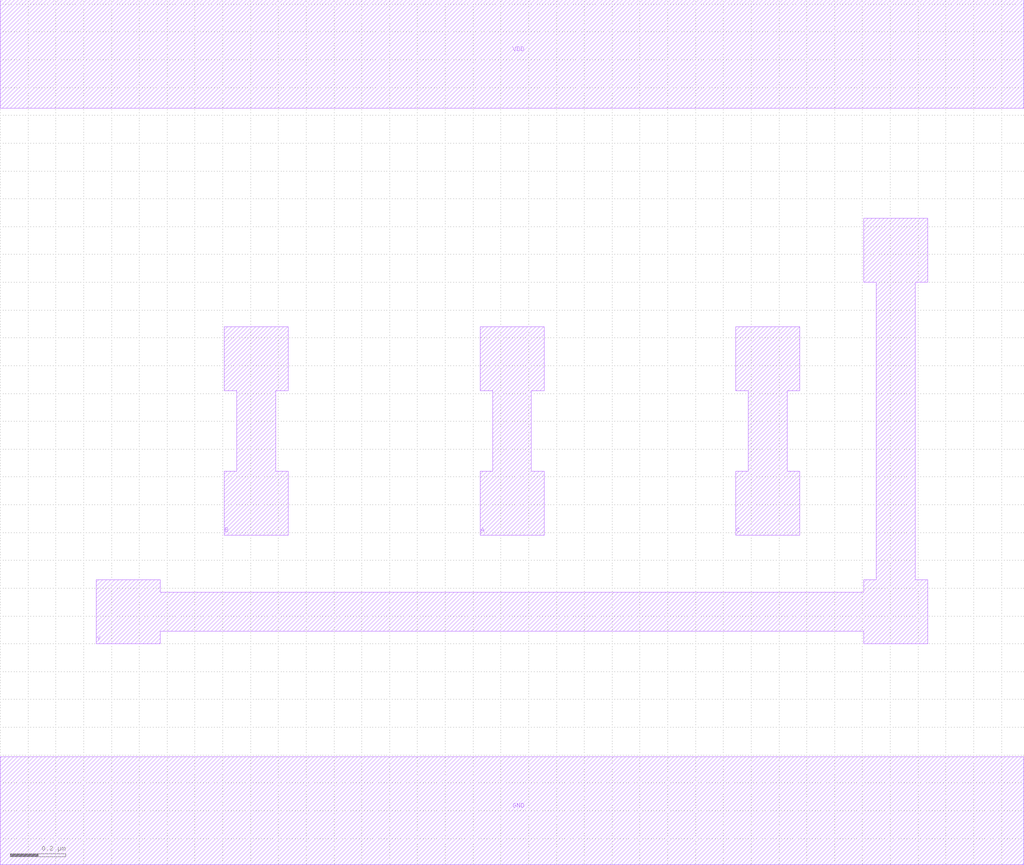
<source format=lef>
MACRO AOI21X1
 CLASS CORE ;
 ORIGIN 0 0 ;
 FOREIGN AOI21X1 0 0 ;
 SITE CORE ;
 SYMMETRY X Y R90 ;
  PIN VDD
   DIRECTION INOUT ;
   USE SIGNAL ;
   SHAPE ABUTMENT ;
    PORT
     CLASS CORE ;
       LAYER metal2 ;
        RECT 0.00000000 2.52500000 3.68000000 2.91500000 ;
    END
  END VDD

  PIN GND
   DIRECTION INOUT ;
   USE SIGNAL ;
   SHAPE ABUTMENT ;
    PORT
     CLASS CORE ;
       LAYER metal2 ;
        RECT 0.00000000 -0.19500000 3.68000000 0.19500000 ;
    END
  END GND

  PIN Y
   DIRECTION INOUT ;
   USE SIGNAL ;
   SHAPE ABUTMENT ;
    PORT
     CLASS CORE ;
       LAYER metal2 ;
        POLYGON 0.34500000 0.60000000 0.34500000 0.83000000 0.57500000 0.83000000 0.57500000 0.78500000 3.10500000 0.78500000 3.10500000 0.83000000 3.15000000 0.83000000 3.15000000 1.90000000 3.10500000 1.90000000 3.10500000 2.13000000 3.33500000 2.13000000 3.33500000 1.90000000 3.29000000 1.90000000 3.29000000 0.83000000 3.33500000 0.83000000 3.33500000 0.60000000 3.10500000 0.60000000 3.10500000 0.64500000 0.57500000 0.64500000 0.57500000 0.60000000 ;
    END
  END Y

  PIN A
   DIRECTION INOUT ;
   USE SIGNAL ;
   SHAPE ABUTMENT ;
    PORT
     CLASS CORE ;
       LAYER metal2 ;
        POLYGON 1.72500000 0.99000000 1.72500000 1.22000000 1.77000000 1.22000000 1.77000000 1.51000000 1.72500000 1.51000000 1.72500000 1.74000000 1.95500000 1.74000000 1.95500000 1.51000000 1.91000000 1.51000000 1.91000000 1.22000000 1.95500000 1.22000000 1.95500000 0.99000000 ;
    END
  END A

  PIN B
   DIRECTION INOUT ;
   USE SIGNAL ;
   SHAPE ABUTMENT ;
    PORT
     CLASS CORE ;
       LAYER metal2 ;
        POLYGON 0.80500000 0.99000000 0.80500000 1.22000000 0.85000000 1.22000000 0.85000000 1.51000000 0.80500000 1.51000000 0.80500000 1.74000000 1.03500000 1.74000000 1.03500000 1.51000000 0.99000000 1.51000000 0.99000000 1.22000000 1.03500000 1.22000000 1.03500000 0.99000000 ;
    END
  END B

  PIN C
   DIRECTION INOUT ;
   USE SIGNAL ;
   SHAPE ABUTMENT ;
    PORT
     CLASS CORE ;
       LAYER metal2 ;
        POLYGON 2.64500000 0.99000000 2.64500000 1.22000000 2.69000000 1.22000000 2.69000000 1.51000000 2.64500000 1.51000000 2.64500000 1.74000000 2.87500000 1.74000000 2.87500000 1.51000000 2.83000000 1.51000000 2.83000000 1.22000000 2.87500000 1.22000000 2.87500000 0.99000000 ;
    END
  END C


END AOI21X1

</source>
